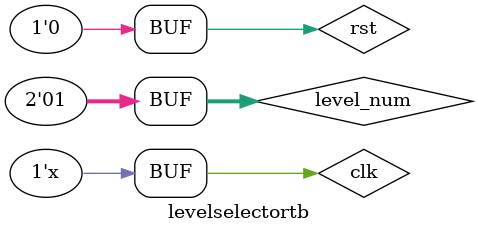
<source format=v>
`timescale 1ns / 1ps


module levelselectortb;

	// Inputs
	reg [5:0] addr;
	reg [1:0] level_num;
	reg clk;
	reg rst;
	// Outputs
	wire [3:0] note;

	// Instantiate the Unit Under Test (UUT)
	level_selector uut (
		.addr(addr), 
		.level_num(level_num), 
		.clk(clk), 
		.rst(rst),
		.note(note)
	); 

	initial begin
		// Initialize Inputs
		addr = 0;
		level_num = 1;
		clk = 0;
		rst = 1;

		// Wait 100 ns for global reset to finish
		#100;
      rst = 0;
		// Add stimulus here

	end
   
	always @ (posedge clk)
	begin
	 	if (rst)
			addr <= 0;
		else if (note == 4'b1111)
			addr <= 0;
		else
			addr <= addr + 1;
	end
	
	always #5 clk = ~clk;
endmodule


</source>
